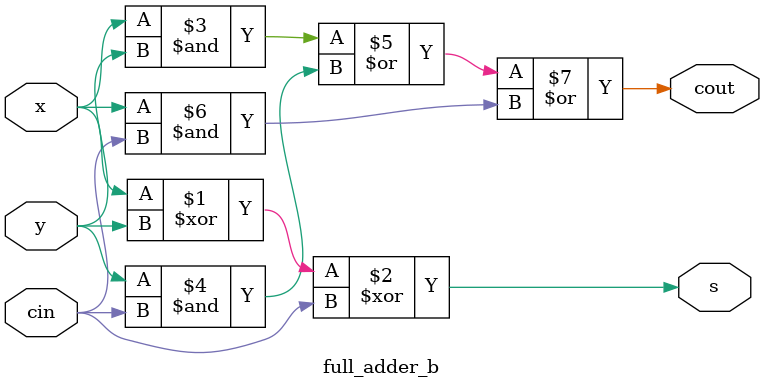
<source format=sv>
module carry_select_adder
(
    input   logic[15:0]     A,
    input   logic[15:0]     B,
    output  logic[15:0]     Sum,
    output  logic           CO
);

    /* TODO
     *
     * Insert code here to implement a carry select.
     * Your code should be completly combinational (don't use always_ff or always_latch).
     * Feel free to create sub-modules or other files. */
	  
	  // Define some internal wires for carry out signals
	  logic C4, C8, C12;
	  
	  // Implement 16-bits CAS adders using 4-bits CAS adders and a 4-bits ripple adder
	  FourBits_ripple_adder Fra0(.x(A[ 3: 0]), .y(B[ 3: 0]), .cin(  0), .s(Sum[ 3: 0]), .cout( C4));
	  FourBits_CAS_adder 	FCa1(.A(A[ 7: 4]), .B(B[ 7: 4]), .Cin( C4), .S(Sum[ 7: 4]), .Cout( C8));
	  FourBits_CAS_adder 	FCa2(.A(A[11: 8]), .B(B[11: 8]), .Cin( C8), .S(Sum[11: 8]), .Cout(C12));
	  FourBits_CAS_adder 	FCa3(.A(A[15:12]), .B(B[15:12]), .Cin(C12), .S(Sum[15:12]), .Cout( CO));
     
endmodule




// 4-bits CAS adder (not the lowest significant group)
module FourBits_CAS_adder
(
	input		logic[3:0]	A,
	input		logic[3:0]	B,
	input		logic			Cin,
	output	logic[3:0]	S,
	output	logic			Cout
);
	
	// Define some internal wires for selection and carry out signals
	logic [3:0] S0, S1;
	logic C0, C1;
	
	// Connect the I/O pins of two ripple adders
	FourBits_ripple_adder Fra0(.x(A), .y(B), .cin(0), .s(S0), .cout(C0));
	FourBits_ripple_adder Fra1(.x(A), .y(B), .cin(1), .s(S1), .cout(C1));
	
	// The selection part (Mux) of circuit
	always_comb begin
		
		Cout = (C1 & Cin) | C0;
		
		if (Cin)
			S = S1;
		else
			S = S0;
	
	end
	
endmodule




// 4-bits ripple adder (same as previous ripple adder)
module FourBits_ripple_adder
(
	input [3:0] x,
	input [3:0] y,
	input cin,
	output logic [3:0] s,
	output logic cout
);

	logic c0, c1, c2;

	full_adder_b fa0(.x(x[0]), .y(y[0]), .cin(cin), .s(s[0]), .cout(  c0));
	full_adder_b fa1(.x(x[1]), .y(y[1]), .cin( c0), .s(s[1]), .cout(  c1));
	full_adder_b fa2(.x(x[2]), .y(y[2]), .cin( c1), .s(s[2]), .cout(  c2));
	full_adder_b fa3(.x(x[3]), .y(y[3]), .cin( c2), .s(s[3]), .cout(cout));

endmodule




// 1-bit full adder (same as previous full adder)
module full_adder_b
(
	input x,
	input y,
	input cin,
	output logic s,
	output logic cout
);

	assign s = x ^ y ^ cin;
	assign cout = (x & y) | (y & cin) | (x & cin);

endmodule 
</source>
